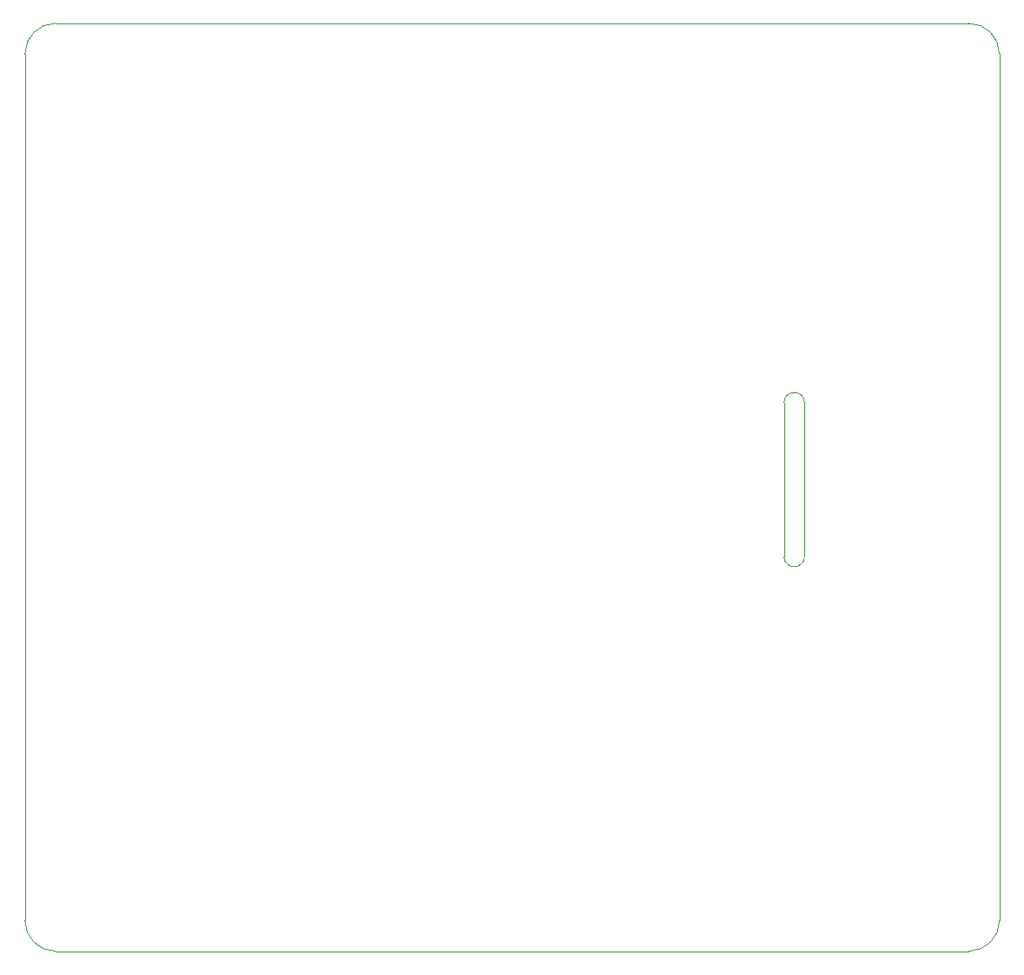
<source format=gm1>
%TF.GenerationSoftware,KiCad,Pcbnew,(5.0.1)-4*%
%TF.CreationDate,2019-04-28T15:30:36+02:00*%
%TF.ProjectId,mobilt_eeg_frontend-exjobb2018,6D6F62696C745F6565675F66726F6E74,rev?*%
%TF.SameCoordinates,Original*%
%TF.FileFunction,Profile,NP*%
%FSLAX46Y46*%
G04 Gerber Fmt 4.6, Leading zero omitted, Abs format (unit mm)*
G04 Created by KiCad (PCBNEW (5.0.1)-4) date 2019-04-28 15:30:36*
%MOMM*%
%LPD*%
G01*
G04 APERTURE LIST*
%ADD10C,0.100000*%
G04 APERTURE END LIST*
D10*
X170000000Y-181500000D02*
X170000000Y-97000000D01*
X265000000Y-167000000D02*
X265000000Y-181500000D01*
X170000000Y-97000000D02*
G75*
G02X173000000Y-94000000I3000000J0D01*
G01*
X173000000Y-184500000D02*
G75*
G02X170000000Y-181500000I0J3000000D01*
G01*
X244000000Y-146000000D02*
X244000000Y-131000000D01*
X246000000Y-131000000D02*
X246000000Y-146000000D01*
X246000000Y-131000000D02*
G75*
G03X244000000Y-131000000I-1000000J0D01*
G01*
X244000000Y-146000000D02*
G75*
G03X246000000Y-146000000I1000000J0D01*
G01*
X265000000Y-97000000D02*
G75*
G03X262000000Y-94000000I-3000000J0D01*
G01*
X262000000Y-184500000D02*
G75*
G03X265000000Y-181500000I0J3000000D01*
G01*
X262000000Y-94000000D02*
X173000000Y-94000000D01*
X265000000Y-167000000D02*
X265000000Y-97000000D01*
X173000000Y-184500000D02*
X262000000Y-184500000D01*
M02*

</source>
